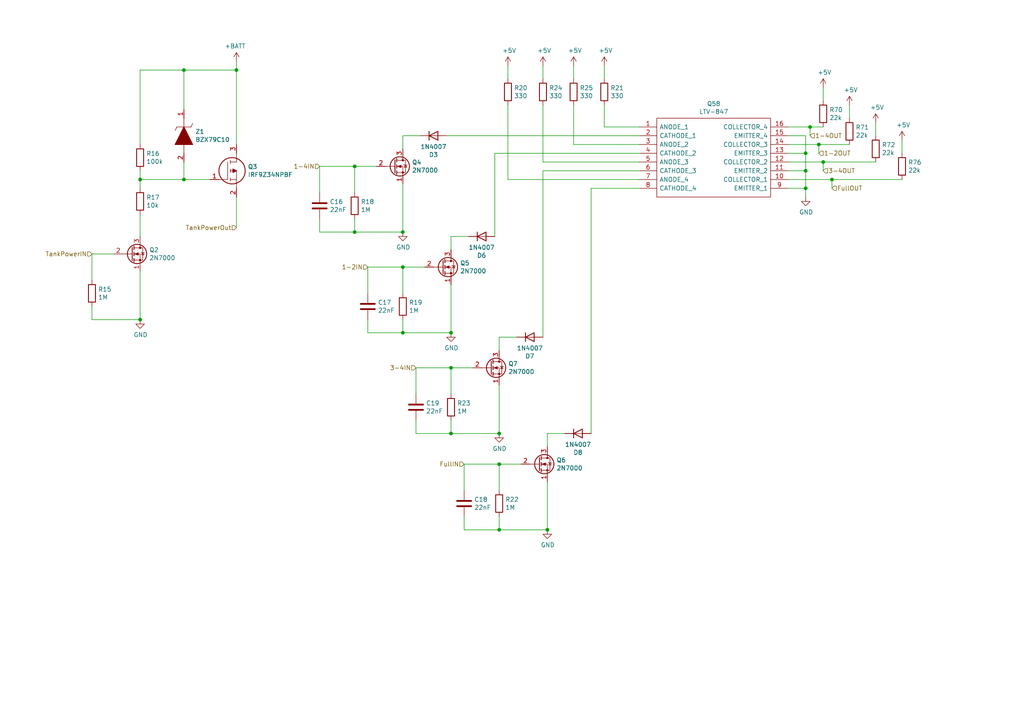
<source format=kicad_sch>
(kicad_sch (version 20231120) (generator "eeschema") (generator_version "8.0")
  (paper "A4")
  (lib_symbols
    (symbol "Device:C" (pin_numbers hide) (pin_names (offset 0.254))
      (property "Reference" "C" (at 0.635 2.54 0))
      (property "Value" "C" (at 0.635 -2.54 0))
      (symbol "C_0_1"
        (polyline (pts (xy -2.032 -0.762) (xy 2.032 -0.762)) (stroke (width 0.508)))
        (polyline (pts (xy -2.032 0.762) (xy 2.032 0.762)) (stroke (width 0.508)))
      )
      (symbol "C_1_1"
        (pin passive line (at 0 3.81 270) (length 2.794) (name "~") (number "1"))
        (pin passive line (at 0 -3.81 90) (length 2.794) (name "~") (number "2"))
      )
    )
    (symbol "Device:R" (pin_numbers hide) (pin_names (offset 0))
      (property "Reference" "R" (at 2.032 0 90))
      (property "Value" "R" (at 0 0 90))
      (symbol "R_0_1"
        (rectangle (start -1.016 -2.54) (end 1.016 2.54) (stroke (width 0.254)))
      )
      (symbol "R_1_1"
        (pin passive line (at 0 3.81 270) (length 1.27) (name "~") (number "1"))
        (pin passive line (at 0 -3.81 90) (length 1.27) (name "~") (number "2"))
      )
    )
    (symbol "Diode:1N4007" (pin_numbers hide) (pin_names (offset 1.016) hide)
      (property "Reference" "D" (at 0 2.54 0))
      (property "Value" "1N4007" (at 0 -2.54 0))
      (symbol "1N4007_0_1"
        (polyline (pts (xy -1.27 1.27) (xy -1.27 -1.27)) (stroke (width 0.254)))
        (polyline (pts (xy 1.27 0) (xy -1.27 0)))
        (polyline (pts (xy 1.27 1.27) (xy 1.27 -1.27) (xy -1.27 0) (xy 1.27 1.27)) (stroke (width 0.254)))
      )
      (symbol "1N4007_1_1"
        (pin passive line (at -3.81 0 0) (length 2.54) (name "K") (number "1"))
        (pin passive line (at 3.81 0 180) (length 2.54) (name "A") (number "2"))
      )
    )
    (symbol "SamacSys_Parts:BZX79C10" (pin_names (offset 0.762))
      (property "Reference" "Z" (at 10.16 8.89 0))
      (property "Value" "SamacSys_Parts_BZX79C10" (at 10.16 6.35 0))
      (symbol "BZX79C10_0_0"
        (pin passive line (at 0 0 0) (length 2.54) (name "~") (number "1"))
        (pin passive line (at 15.24 0 180) (length 2.54) (name "~") (number "2"))
      )
      (symbol "BZX79C10_0_1"
        (polyline (pts (xy 2.54 0) (xy 5.08 0)) (stroke (width 0.1524)))
        (polyline (pts (xy 4.064 -2.54) (xy 5.08 -2.032)) (stroke (width 0.1524)))
        (polyline (pts (xy 5.08 2.032) (xy 5.08 -2.032)) (stroke (width 0.1524)))
        (polyline (pts (xy 5.08 2.032) (xy 6.096 2.54)) (stroke (width 0.1524)))
        (polyline (pts (xy 12.7 0) (xy 10.16 0)) (stroke (width 0.1524)))
        (polyline (pts (xy 5.08 0) (xy 10.16 2.54) (xy 10.16 -2.54) (xy 5.08 0)) (stroke (width 0.254)) (fill (type outline)))
      )
    )
    (symbol "SamacSys_Parts:IRF9Z34NPBF" (pin_names (offset 0.762))
      (property "Reference" "Q" (at 11.43 3.81 0))
      (property "Value" "SamacSys_Parts_IRF9Z34NPBF" (at 11.43 1.27 0))
      (symbol "IRF9Z34NPBF_0_0"
        (pin passive line (at 0 0 0) (length 2.54) (name "~") (number "1"))
        (pin passive line (at 7.62 -5.08 90) (length 2.54) (name "~") (number "2"))
        (pin passive line (at 7.62 10.16 270) (length 2.54) (name "~") (number "3"))
      )
      (symbol "IRF9Z34NPBF_0_1"
        (polyline (pts (xy 5.842 -0.508) (xy 5.842 0.508)) (stroke (width 0.1524)))
        (polyline (pts (xy 5.842 0) (xy 7.62 0)) (stroke (width 0.1524)))
        (polyline (pts (xy 5.842 2.032) (xy 5.842 3.048)) (stroke (width 0.1524)))
        (polyline (pts (xy 5.842 5.588) (xy 5.842 4.572)) (stroke (width 0.1524)))
        (polyline (pts (xy 7.62 2.54) (xy 5.842 2.54)) (stroke (width 0.1524)))
        (polyline (pts (xy 7.62 2.54) (xy 7.62 -2.54)) (stroke (width 0.1524)))
        (polyline (pts (xy 7.62 5.08) (xy 5.842 5.08)) (stroke (width 0.1524)))
        (polyline (pts (xy 7.62 5.08) (xy 7.62 7.62)) (stroke (width 0.1524)))
        (polyline (pts (xy 2.54 0) (xy 5.08 0) (xy 5.08 5.08)) (stroke (width 0.1524)))
        (polyline (pts (xy 7.62 2.54) (xy 6.604 3.048) (xy 6.604 2.032) (xy 7.62 2.54)) (stroke (width 0.254)) (fill (type outline)))
        (circle (center 6.35 2.54) (radius 3.81) (stroke (width 0.254)))
      )
    )
    (symbol "SamacSys_Parts:LTV-847" (pin_names (offset 0.762))
      (property "Reference" "Q" (at 39.37 7.62 0))
      (property "Value" "SamacSys_Parts_LTV-847" (at 39.37 5.08 0))
      (symbol "LTV-847_0_0"
        (pin passive line (at 0 0 0) (length 5.08) (name "ANODE_1") (number "1"))
        (pin passive line (at 43.18 -15.24 180) (length 5.08) (name "COLLECTOR_1") (number "10"))
        (pin passive line (at 43.18 -12.7 180) (length 5.08) (name "EMITTER_2") (number "11"))
        (pin passive line (at 43.18 -10.16 180) (length 5.08) (name "COLLECTOR_2") (number "12"))
        (pin passive line (at 43.18 -7.62 180) (length 5.08) (name "EMITTER_3") (number "13"))
        (pin passive line (at 43.18 -5.08 180) (length 5.08) (name "COLLECTOR_3") (number "14"))
        (pin passive line (at 43.18 -2.54 180) (length 5.08) (name "EMITTER_4") (number "15"))
        (pin passive line (at 43.18 0 180) (length 5.08) (name "COLLECTOR_4") (number "16"))
        (pin passive line (at 0 -2.54 0) (length 5.08) (name "CATHODE_1") (number "2"))
        (pin passive line (at 0 -5.08 0) (length 5.08) (name "ANODE_2") (number "3"))
        (pin passive line (at 0 -7.62 0) (length 5.08) (name "CATHODE_2") (number "4"))
        (pin passive line (at 0 -10.16 0) (length 5.08) (name "ANODE_3") (number "5"))
        (pin passive line (at 0 -12.7 0) (length 5.08) (name "CATHODE_3") (number "6"))
        (pin passive line (at 0 -15.24 0) (length 5.08) (name "ANODE_4") (number "7"))
        (pin passive line (at 0 -17.78 0) (length 5.08) (name "CATHODE_4") (number "8"))
        (pin passive line (at 43.18 -17.78 180) (length 5.08) (name "EMITTER_1") (number "9"))
      )
      (symbol "LTV-847_0_1"
        (polyline (pts (xy 5.08 2.54) (xy 38.1 2.54) (xy 38.1 -20.32) (xy 5.08 -20.32) (xy 5.08 2.54)) (stroke (width 0.1524)))
      )
    )
    (symbol "Transistor_FET:2N7000" (pin_names hide)
      (property "Reference" "Q" (at 5.08 1.905 0))
      (property "Value" "2N7000" (at 5.08 0 0))
      (symbol "2N7000_0_1"
        (polyline (pts (xy 0.254 0) (xy -2.54 0)))
        (polyline (pts (xy 0.254 1.905) (xy 0.254 -1.905)) (stroke (width 0.254)))
        (polyline (pts (xy 0.762 -1.27) (xy 0.762 -2.286)) (stroke (width 0.254)))
        (polyline (pts (xy 0.762 0.508) (xy 0.762 -0.508)) (stroke (width 0.254)))
        (polyline (pts (xy 0.762 2.286) (xy 0.762 1.27)) (stroke (width 0.254)))
        (polyline (pts (xy 2.54 2.54) (xy 2.54 1.778)))
        (polyline (pts (xy 2.54 -2.54) (xy 2.54 0) (xy 0.762 0)))
        (polyline (pts (xy 0.762 -1.778) (xy 3.302 -1.778) (xy 3.302 1.778) (xy 0.762 1.778)))
        (polyline (pts (xy 1.016 0) (xy 2.032 0.381) (xy 2.032 -0.381) (xy 1.016 0)) (fill (type outline)))
        (polyline (pts (xy 2.794 0.508) (xy 2.921 0.381) (xy 3.683 0.381) (xy 3.81 0.254)))
        (polyline (pts (xy 3.302 0.381) (xy 2.921 -0.254) (xy 3.683 -0.254) (xy 3.302 0.381)))
        (circle (center 1.651 0) (radius 2.794) (stroke (width 0.254)))
        (circle (center 2.54 -1.778) (radius 0.254) (fill (type outline)))
        (circle (center 2.54 1.778) (radius 0.254) (fill (type outline)))
      )
      (symbol "2N7000_1_1"
        (pin passive line (at 2.54 -5.08 90) (length 2.54) (name "S") (number "1"))
        (pin input line (at -5.08 0 0) (length 2.54) (name "G") (number "2"))
        (pin passive line (at 2.54 5.08 270) (length 2.54) (name "D") (number "3"))
      )
    )
    (symbol "power:+5V" (power) (pin_names (offset 0))
      (property "Value" "+5V" (at 0 3.556 0))
      (symbol "+5V_0_1"
        (polyline (pts (xy -0.762 1.27) (xy 0 2.54)))
        (polyline (pts (xy 0 0) (xy 0 2.54)))
        (polyline (pts (xy 0 2.54) (xy 0.762 1.27)))
      )
      (symbol "+5V_1_1"
        (pin power_in line (at 0 0 90) (length 0) hide (name "+5V") (number "1"))
      )
    )
    (symbol "power:+BATT" (power) (pin_names (offset 0))
      (property "Value" "+BATT" (at 0 3.556 0))
      (symbol "+BATT_0_1"
        (polyline (pts (xy -0.762 1.27) (xy 0 2.54)))
        (polyline (pts (xy 0 0) (xy 0 2.54)))
        (polyline (pts (xy 0 2.54) (xy 0.762 1.27)))
      )
      (symbol "+BATT_1_1"
        (pin power_in line (at 0 0 90) (length 0) hide (name "+BATT") (number "1"))
      )
    )
    (symbol "power:GND" (power) (pin_names (offset 0))
      (property "Value" "GND" (at 0 -3.81 0))
      (symbol "GND_0_1"
        (polyline (pts (xy 0 0) (xy 0 -1.27) (xy 1.27 -1.27) (xy 0 -2.54) (xy -1.27 -1.27) (xy 0 -1.27)))
      )
      (symbol "GND_1_1"
        (pin power_in line (at 0 0 270) (length 0) hide (name "GND") (number "1"))
      )
    )
  )
  (junction (at 116.84 67.31))
  (junction (at 237.49 41.91))
  (junction (at 130.81 125.73))
  (junction (at 144.78 153.67))
  (junction (at 158.75 153.67))
  (junction (at 68.58 20.32))
  (junction (at 40.64 92.71))
  (junction (at 238.76 46.99))
  (junction (at 130.81 96.52))
  (junction (at 116.84 77.47))
  (junction (at 130.81 106.68))
  (junction (at 102.87 48.26))
  (junction (at 233.68 49.53))
  (junction (at 241.3 52.07))
  (junction (at 116.84 96.52))
  (junction (at 144.78 134.62))
  (junction (at 40.64 52.07))
  (junction (at 233.68 54.61))
  (junction (at 234.95 36.83))
  (junction (at 102.87 67.31))
  (junction (at 233.68 44.45))
  (junction (at 53.34 52.07))
  (junction (at 144.78 125.73))
  (junction (at 53.34 20.32))
  (wire (pts (xy 228.6 44.45) (xy 233.68 44.45)))
  (wire (pts (xy 92.71 67.31) (xy 102.87 67.31)))
  (wire (pts (xy 68.58 20.32) (xy 53.34 20.32)))
  (wire (pts (xy 261.62 44.45) (xy 261.62 40.64)))
  (wire (pts (xy 157.48 30.48) (xy 157.48 46.99)))
  (wire (pts (xy 106.68 77.47) (xy 116.84 77.47)))
  (wire (pts (xy 106.68 92.71) (xy 106.68 96.52)))
  (wire (pts (xy 53.34 31.75) (xy 53.34 20.32)))
  (wire (pts (xy 134.62 153.67) (xy 144.78 153.67)))
  (wire (pts (xy 166.37 41.91) (xy 185.42 41.91)))
  (wire (pts (xy 228.6 52.07) (xy 241.3 52.07)))
  (wire (pts (xy 157.48 49.53) (xy 185.42 49.53)))
  (wire (pts (xy 144.78 97.79) (xy 149.86 97.79)))
  (wire (pts (xy 60.96 52.07) (xy 53.34 52.07)))
  (wire (pts (xy 237.49 44.45) (xy 237.49 41.91)))
  (wire (pts (xy 175.26 36.83) (xy 185.42 36.83)))
  (wire (pts (xy 68.58 17.78) (xy 68.58 20.32)))
  (wire (pts (xy 228.6 54.61) (xy 233.68 54.61)))
  (wire (pts (xy 238.76 49.53) (xy 238.76 46.99)))
  (wire (pts (xy 157.48 49.53) (xy 157.48 97.79)))
  (wire (pts (xy 53.34 52.07) (xy 40.64 52.07)))
  (wire (pts (xy 120.65 121.92) (xy 120.65 125.73)))
  (wire (pts (xy 157.48 46.99) (xy 185.42 46.99)))
  (wire (pts (xy 233.68 39.37) (xy 228.6 39.37)))
  (wire (pts (xy 233.68 57.15) (xy 233.68 54.61)))
  (wire (pts (xy 130.81 125.73) (xy 144.78 125.73)))
  (wire (pts (xy 144.78 153.67) (xy 158.75 153.67)))
  (wire (pts (xy 134.62 149.86) (xy 134.62 153.67)))
  (wire (pts (xy 233.68 44.45) (xy 233.68 39.37)))
  (wire (pts (xy 116.84 85.09) (xy 116.84 77.47)))
  (wire (pts (xy 106.68 96.52) (xy 116.84 96.52)))
  (wire (pts (xy 40.64 52.07) (xy 40.64 49.53)))
  (wire (pts (xy 116.84 39.37) (xy 121.92 39.37)))
  (wire (pts (xy 26.67 73.66) (xy 33.02 73.66)))
  (wire (pts (xy 238.76 46.99) (xy 254 46.99)))
  (wire (pts (xy 233.68 54.61) (xy 233.68 49.53)))
  (wire (pts (xy 233.68 49.53) (xy 233.68 44.45)))
  (wire (pts (xy 166.37 22.86) (xy 166.37 19.05)))
  (wire (pts (xy 130.81 68.58) (xy 135.89 68.58)))
  (wire (pts (xy 40.64 68.58) (xy 40.64 62.23)))
  (wire (pts (xy 254 39.37) (xy 254 35.56)))
  (wire (pts (xy 102.87 55.88) (xy 102.87 48.26)))
  (wire (pts (xy 68.58 41.91) (xy 68.58 20.32)))
  (wire (pts (xy 241.3 54.61) (xy 241.3 52.07)))
  (wire (pts (xy 130.81 114.3) (xy 130.81 106.68)))
  (wire (pts (xy 144.78 134.62) (xy 151.13 134.62)))
  (wire (pts (xy 228.6 49.53) (xy 233.68 49.53)))
  (wire (pts (xy 130.81 121.92) (xy 130.81 125.73)))
  (wire (pts (xy 26.67 92.71) (xy 40.64 92.71)))
  (wire (pts (xy 158.75 125.73) (xy 163.83 125.73)))
  (wire (pts (xy 102.87 67.31) (xy 116.84 67.31)))
  (wire (pts (xy 175.26 30.48) (xy 175.26 36.83)))
  (wire (pts (xy 40.64 54.61) (xy 40.64 52.07)))
  (wire (pts (xy 116.84 53.34) (xy 116.84 67.31)))
  (wire (pts (xy 130.81 82.55) (xy 130.81 96.52)))
  (wire (pts (xy 120.65 125.73) (xy 130.81 125.73)))
  (wire (pts (xy 92.71 55.88) (xy 92.71 48.26)))
  (wire (pts (xy 144.78 101.6) (xy 144.78 97.79)))
  (wire (pts (xy 158.75 129.54) (xy 158.75 125.73)))
  (wire (pts (xy 134.62 134.62) (xy 144.78 134.62)))
  (wire (pts (xy 53.34 46.99) (xy 53.34 52.07)))
  (wire (pts (xy 147.32 30.48) (xy 147.32 52.07)))
  (wire (pts (xy 147.32 52.07) (xy 185.42 52.07)))
  (wire (pts (xy 171.45 54.61) (xy 171.45 125.73)))
  (wire (pts (xy 234.95 39.37) (xy 234.95 36.83)))
  (wire (pts (xy 157.48 22.86) (xy 157.48 19.05)))
  (wire (pts (xy 68.58 66.04) (xy 68.58 57.15)))
  (wire (pts (xy 143.51 44.45) (xy 185.42 44.45)))
  (wire (pts (xy 102.87 48.26) (xy 109.22 48.26)))
  (wire (pts (xy 158.75 139.7) (xy 158.75 153.67)))
  (wire (pts (xy 40.64 78.74) (xy 40.64 92.71)))
  (wire (pts (xy 241.3 52.07) (xy 261.62 52.07)))
  (wire (pts (xy 234.95 36.83) (xy 238.76 36.83)))
  (wire (pts (xy 147.32 22.86) (xy 147.32 19.05)))
  (wire (pts (xy 116.84 43.18) (xy 116.84 39.37)))
  (wire (pts (xy 92.71 48.26) (xy 102.87 48.26)))
  (wire (pts (xy 26.67 88.9) (xy 26.67 92.71)))
  (wire (pts (xy 143.51 68.58) (xy 143.51 44.45)))
  (wire (pts (xy 40.64 20.32) (xy 40.64 41.91)))
  (wire (pts (xy 144.78 111.76) (xy 144.78 125.73)))
  (wire (pts (xy 120.65 114.3) (xy 120.65 106.68)))
  (wire (pts (xy 134.62 142.24) (xy 134.62 134.62)))
  (wire (pts (xy 120.65 106.68) (xy 130.81 106.68)))
  (wire (pts (xy 116.84 92.71) (xy 116.84 96.52)))
  (wire (pts (xy 175.26 22.86) (xy 175.26 19.05)))
  (wire (pts (xy 92.71 63.5) (xy 92.71 67.31)))
  (wire (pts (xy 166.37 30.48) (xy 166.37 41.91)))
  (wire (pts (xy 228.6 36.83) (xy 234.95 36.83)))
  (wire (pts (xy 246.38 34.29) (xy 246.38 30.48)))
  (wire (pts (xy 116.84 77.47) (xy 123.19 77.47)))
  (wire (pts (xy 171.45 54.61) (xy 185.42 54.61)))
  (wire (pts (xy 185.42 39.37) (xy 129.54 39.37)))
  (wire (pts (xy 237.49 41.91) (xy 228.6 41.91)))
  (wire (pts (xy 102.87 63.5) (xy 102.87 67.31)))
  (wire (pts (xy 228.6 46.99) (xy 238.76 46.99)))
  (wire (pts (xy 53.34 20.32) (xy 40.64 20.32)))
  (wire (pts (xy 130.81 106.68) (xy 137.16 106.68)))
  (wire (pts (xy 116.84 96.52) (xy 130.81 96.52)))
  (wire (pts (xy 26.67 81.28) (xy 26.67 73.66)))
  (wire (pts (xy 106.68 85.09) (xy 106.68 77.47)))
  (wire (pts (xy 246.38 41.91) (xy 237.49 41.91)))
  (wire (pts (xy 144.78 149.86) (xy 144.78 153.67)))
  (wire (pts (xy 238.76 29.21) (xy 238.76 25.4)))
  (wire (pts (xy 144.78 142.24) (xy 144.78 134.62)))
  (wire (pts (xy 130.81 72.39) (xy 130.81 68.58)))
  (hierarchical_label "1-4IN" (shape input) (at 92.71 48.26 180))
  (hierarchical_label "1-2IN" (shape input) (at 106.68 77.47 180))
  (hierarchical_label "TankPowerOut" (shape input) (at 68.58 66.04 180))
  (hierarchical_label "FullOUT" (shape input) (at 241.3 54.61 0))
  (hierarchical_label "3-4IN" (shape input) (at 120.65 106.68 180))
  (hierarchical_label "3-4OUT" (shape input) (at 238.76 49.53 0))
  (hierarchical_label "TankPowerIN" (shape input) (at 26.67 73.66 180))
  (hierarchical_label "FullIN" (shape input) (at 134.62 134.62 180))
  (hierarchical_label "1-4OUT" (shape input) (at 234.95 39.37 0))
  (hierarchical_label "1-2OUT" (shape input) (at 237.49 44.45 0))
  (symbol (lib_id "Diode:1N4007") (at 125.73 39.37 0) (mirror x) (unit 1)
    (property "Reference" "D3" (at 125.73 44.8818 0))
    (property "Value" "1N4007" (at 125.73 42.5704 0))
    (property "Footprint" "Diode_THT:D_DO-41_SOD81_P10.16mm_Horizontal" (effects (hide yes)))
    (property "Datasheet" "http://www.vishay.com/docs/88503/1n4001.pdf" (effects (hide yes)))
    (instances (project "CampKeen" (path "" (reference "D3") (unit 1)) (path "" (reference "D9") (unit 1))))
  )
  (symbol (lib_id "Diode:1N4007") (at 139.7 68.58 0) (mirror x) (unit 1)
    (property "Reference" "D6" (at 139.7 74.0918 0))
    (property "Value" "1N4007" (at 139.7 71.7804 0))
    (property "Footprint" "Diode_THT:D_DO-41_SOD81_P10.16mm_Horizontal" (effects (hide yes)))
    (property "Datasheet" "http://www.vishay.com/docs/88503/1n4001.pdf" (effects (hide yes)))
    (instances (project "CampKeen" (path "" (reference "D6") (unit 1)) (path "" (reference "D10") (unit 1))))
  )
  (symbol (lib_id "Diode:1N4007") (at 167.64 125.73 0) (mirror x) (unit 1)
    (property "Reference" "D8" (at 167.64 131.2418 0))
    (property "Value" "1N4007" (at 167.64 128.9304 0))
    (property "Footprint" "Diode_THT:D_DO-41_SOD81_P10.16mm_Horizontal" (effects (hide yes)))
    (property "Datasheet" "http://www.vishay.com/docs/88503/1n4001.pdf" (effects (hide yes)))
    (instances (project "CampKeen" (path "" (reference "D8") (unit 1)) (path "" (reference "D12") (unit 1))))
  )
  (symbol (lib_id "Diode:1N4007") (at 153.67 97.79 0) (mirror x) (unit 1)
    (property "Reference" "D7" (at 153.67 103.3018 0))
    (property "Value" "1N4007" (at 153.67 100.9904 0))
    (property "Footprint" "Diode_THT:D_DO-41_SOD81_P10.16mm_Horizontal" (effects (hide yes)))
    (property "Datasheet" "http://www.vishay.com/docs/88503/1n4001.pdf" (effects (hide yes)))
    (instances (project "CampKeen" (path "" (reference "D7") (unit 1)) (path "" (reference "D11") (unit 1))))
  )
  (symbol (lib_id "SamacSys_Parts:LTV-847") (at 185.42 36.83 0) (unit 1)
    (property "Reference" "Q58" (at 207.01 30.099 0))
    (property "Value" "LTV-847" (at 207.01 32.4104 0))
    (property "Footprint" "SamacSys_Parts:DIP762W60P254L1984H450Q16N" (effects (hide yes)))
    (property "Datasheet" "https://datasheet.datasheetarchive.com/originals/distributors/Datasheets-305/79782.pdf" (effects (hide yes)))
    (property "Description" "PTH 16PDIP DC Input Transistor" (effects (hide yes)))
    (property "Height" "4.5" (effects (hide yes)))
    (property "Mouser Part Number" "859-LTV-847" (effects (hide yes)))
    (property "Mouser Price/Stock" "https://www.mouser.co.uk/ProductDetail/Lite-On/LTV-847?qs=HMpxB34gN8NSIrLkafiZAg%3D%3D" (effects (hide yes)))
    (property "Manufacturer_Name" "Lite-On" (effects (hide yes)))
    (property "Manufacturer_Part_Number" "LTV-847" (effects (hide yes)))
    (instances (project "CampKeen" (path "" (reference "Q58") (unit 1)) (path "" (reference "Q59") (unit 1))))
  )
  (symbol (lib_id "power:GND") (at 233.68 57.15 0) (unit 1)
    (property "Reference" "#PWR0154" (effects (hide yes)))
    (property "Value" "GND" (at 233.807 61.5442 0))
    (instances (project "CampKeen" (path "" (reference "#PWR0154") (unit 1)) (path "" (reference "#PWR0159") (unit 1))))
  )
  (symbol (lib_id "Device:R") (at 238.76 33.02 0) (unit 1)
    (property "Reference" "R70" (at 240.538 31.8516 0) (effects (justify left)))
    (property "Value" "22k" (at 240.538 34.163 0) (effects (justify left)))
    (property "Footprint" "Resistor_SMD:R_1206_3216Metric_Pad1.30x1.75mm_HandSolder" (effects (hide yes)))
    (instances (project "CampKeen" (path "" (reference "R70") (unit 1)) (path "" (reference "R77") (unit 1))))
  )
  (symbol (lib_id "power:+5V") (at 238.76 25.4 0) (unit 1)
    (property "Reference" "#PWR0155" (effects (hide yes)))
    (property "Value" "+5V" (at 239.141 21.0058 0))
    (instances (project "CampKeen" (path "" (reference "#PWR0155") (unit 1)) (path "" (reference "#PWR0160") (unit 1))))
  )
  (symbol (lib_id "Device:R") (at 254 43.18 0) (unit 1)
    (property "Reference" "R72" (at 255.778 42.0116 0) (effects (justify left)))
    (property "Value" "22k" (at 255.778 44.323 0) (effects (justify left)))
    (property "Footprint" "Resistor_SMD:R_1206_3216Metric_Pad1.30x1.75mm_HandSolder" (effects (hide yes)))
    (instances (project "CampKeen" (path "" (reference "R72") (unit 1)) (path "" (reference "R122") (unit 1))))
  )
  (symbol (lib_id "power:+5V") (at 254 35.56 0) (unit 1)
    (property "Reference" "#PWR0156" (effects (hide yes)))
    (property "Value" "+5V" (at 254.381 31.1658 0))
    (instances (project "CampKeen" (path "" (reference "#PWR0156") (unit 1)) (path "" (reference "#PWR0161") (unit 1))))
  )
  (symbol (lib_id "Device:R") (at 246.38 38.1 0) (unit 1)
    (property "Reference" "R71" (at 248.158 36.9316 0) (effects (justify left)))
    (property "Value" "22k" (at 248.158 39.243 0) (effects (justify left)))
    (property "Footprint" "Resistor_SMD:R_1206_3216Metric_Pad1.30x1.75mm_HandSolder" (effects (hide yes)))
    (instances (project "CampKeen" (path "" (reference "R71") (unit 1)) (path "" (reference "R78") (unit 1))))
  )
  (symbol (lib_id "power:+5V") (at 246.38 30.48 0) (unit 1)
    (property "Reference" "#PWR0157" (effects (hide yes)))
    (property "Value" "+5V" (at 246.761 26.0858 0))
    (instances (project "CampKeen" (path "" (reference "#PWR0157") (unit 1)) (path "" (reference "#PWR0162") (unit 1))))
  )
  (symbol (lib_id "Device:R") (at 261.62 48.26 0) (unit 1)
    (property "Reference" "R76" (at 263.398 47.0916 0) (effects (justify left)))
    (property "Value" "22k" (at 263.398 49.403 0) (effects (justify left)))
    (property "Footprint" "Resistor_SMD:R_1206_3216Metric_Pad1.30x1.75mm_HandSolder" (effects (hide yes)))
    (instances (project "CampKeen" (path "" (reference "R76") (unit 1)) (path "" (reference "R123") (unit 1))))
  )
  (symbol (lib_id "power:+5V") (at 261.62 40.64 0) (unit 1)
    (property "Reference" "#PWR0158" (effects (hide yes)))
    (property "Value" "+5V" (at 262.001 36.2458 0))
    (instances (project "CampKeen" (path "" (reference "#PWR0158") (unit 1)) (path "" (reference "#PWR0163") (unit 1))))
  )
  (symbol (lib_id "Device:R") (at 102.87 59.69 0) (unit 1)
    (property "Reference" "R18" (at 104.648 58.5216 0) (effects (justify left)))
    (property "Value" "1M" (at 104.648 60.833 0) (effects (justify left)))
    (property "Footprint" "Resistor_SMD:R_1206_3216Metric_Pad1.30x1.75mm_HandSolder" (effects (hide yes)))
    (instances (project "CampKeen" (path "" (reference "R18") (unit 1)) (path "" (reference "R43") (unit 1))))
  )
  (symbol (lib_id "power:GND") (at 116.84 67.31 0) (unit 1)
    (property "Reference" "#PWR067" (effects (hide yes)))
    (property "Value" "GND" (at 116.967 71.7042 0))
    (instances (project "CampKeen" (path "" (reference "#PWR067") (unit 1)) (path "" (reference "#PWR090") (unit 1))))
  )
  (symbol (lib_id "Device:R") (at 147.32 26.67 0) (unit 1)
    (property "Reference" "R20" (at 149.098 25.5016 0) (effects (justify left)))
    (property "Value" "330" (at 149.098 27.813 0) (effects (justify left)))
    (property "Footprint" "Resistor_SMD:R_1206_3216Metric_Pad1.30x1.75mm_HandSolder" (effects (hide yes)))
    (instances (project "CampKeen" (path "" (reference "R20") (unit 1)) (path "" (reference "R45") (unit 1))))
  )
  (symbol (lib_id "power:+5V") (at 147.32 19.05 0) (unit 1)
    (property "Reference" "#PWR066" (effects (hide yes)))
    (property "Value" "+5V" (at 147.701 14.6558 0))
    (instances (project "CampKeen" (path "" (reference "#PWR066") (unit 1)) (path "" (reference "#PWR089") (unit 1))))
  )
  (symbol (lib_id "Transistor_FET:2N7000") (at 114.3 48.26 0) (unit 1)
    (property "Reference" "Q4" (at 119.4816 47.0916 0) (effects (justify left)))
    (property "Value" "2N7000" (at 119.4816 49.403 0) (effects (justify left)))
    (property "Footprint" "Package_TO_SOT_THT:TO-92_Inline" (effects (hide yes)))
    (property "Datasheet" "https://www.onsemi.com/pub/Collateral/NDS7002A-D.PDF" (effects (hide yes)))
    (instances (project "CampKeen" (path "" (reference "Q4") (unit 1)) (path "" (reference "Q12") (unit 1))))
  )
  (symbol (lib_id "Device:C") (at 92.71 59.69 0) (unit 1)
    (property "Reference" "C16" (at 95.631 58.5216 0) (effects (justify left)))
    (property "Value" "22nF" (at 95.631 60.833 0) (effects (justify left)))
    (property "Footprint" "Resistor_SMD:R_1206_3216Metric_Pad1.30x1.75mm_HandSolder" (effects (hide yes)))
    (instances (project "CampKeen" (path "" (reference "C16") (unit 1)) (path "" (reference "C20") (unit 1))))
  )
  (symbol (lib_id "power:+BATT") (at 68.58 17.78 0) (mirror y) (unit 1)
    (property "Reference" "#PWR065" (effects (hide yes)))
    (property "Value" "+BATT" (at 68.199 13.3858 0))
    (instances (project "CampKeen" (path "" (reference "#PWR065") (unit 1)) (path "" (reference "#PWR088") (unit 1))))
  )
  (symbol (lib_id "SamacSys_Parts:IRF9Z34NPBF") (at 60.96 52.07 0) (unit 1)
    (property "Reference" "Q3" (at 71.882 48.3616 0) (effects (justify left)))
    (property "Value" "IRF9Z34NPBF" (at 71.882 50.673 0) (effects (justify left)))
    (property "Footprint" "SamacSys_Parts:TO254P469X1042X1967-3P" (effects (hide yes)))
    (property "Datasheet" "https://www.infineon.com/dgdl/irf9z34npbf.pdf?fileId=5546d462533600a40153561220af1ddd" (effects (hide yes)))
    (property "Description" "MOSFET MOSFT PCh -55V -17A 100mOhm 23.3nC" (effects (hide yes)))
    (property "Height" "4.69" (effects (hide yes)))
    (property "Mouser Part Number" "942-IRF9Z34NPBF" (effects (hide yes)))
    (property "Mouser Price/Stock" "https://www.mouser.co.uk/ProductDetail/Infineon-IR/IRF9Z34NPBF?qs=9%252BKlkBgLFf16a%2FvlD%252BMCtQ%3D%3D" (effects (hide yes)))
    (property "Manufacturer_Name" "Infineon" (effects (hide yes)))
    (property "Manufacturer_Part_Number" "IRF9Z34NPBF" (effects (hide yes)))
    (instances (project "CampKeen" (path "" (reference "Q3") (unit 1)) (path "" (reference "Q11") (unit 1))))
  )
  (symbol (lib_id "Device:R") (at 26.67 85.09 0) (unit 1)
    (property "Reference" "R15" (at 28.448 83.9216 0) (effects (justify left)))
    (property "Value" "1M" (at 28.448 86.233 0) (effects (justify left)))
    (property "Footprint" "Resistor_SMD:R_1206_3216Metric_Pad1.30x1.75mm_HandSolder" (effects (hide yes)))
    (instances (project "CampKeen" (path "" (reference "R15") (unit 1)) (path "" (reference "R40") (unit 1))))
  )
  (symbol (lib_id "power:GND") (at 40.64 92.71 0) (unit 1)
    (property "Reference" "#PWR064" (effects (hide yes)))
    (property "Value" "GND" (at 40.767 97.1042 0))
    (instances (project "CampKeen" (path "" (reference "#PWR064") (unit 1)) (path "" (reference "#PWR087") (unit 1))))
  )
  (symbol (lib_id "Transistor_FET:2N7000") (at 38.1 73.66 0) (unit 1)
    (property "Reference" "Q2" (at 43.2816 72.4916 0) (effects (justify left)))
    (property "Value" "2N7000" (at 43.2816 74.803 0) (effects (justify left)))
    (property "Footprint" "Package_TO_SOT_THT:TO-92_Inline" (effects (hide yes)))
    (property "Datasheet" "https://www.onsemi.com/pub/Collateral/NDS7002A-D.PDF" (effects (hide yes)))
    (instances (project "CampKeen" (path "" (reference "Q2") (unit 1)) (path "" (reference "Q10") (unit 1))))
  )
  (symbol (lib_id "Device:R") (at 40.64 45.72 0) (unit 1)
    (property "Reference" "R16" (at 42.418 44.5516 0) (effects (justify left)))
    (property "Value" "100k" (at 42.418 46.863 0) (effects (justify left)))
    (property "Footprint" "Resistor_SMD:R_1206_3216Metric_Pad1.30x1.75mm_HandSolder" (effects (hide yes)))
    (instances (project "CampKeen" (path "" (reference "R16") (unit 1)) (path "" (reference "R41") (unit 1))))
  )
  (symbol (lib_id "Device:R") (at 40.64 58.42 0) (unit 1)
    (property "Reference" "R17" (at 42.418 57.2516 0) (effects (justify left)))
    (property "Value" "10k" (at 42.418 59.563 0) (effects (justify left)))
    (property "Footprint" "Resistor_SMD:R_1206_3216Metric_Pad1.30x1.75mm_HandSolder" (effects (hide yes)))
    (instances (project "CampKeen" (path "" (reference "R17") (unit 1)) (path "" (reference "R42") (unit 1))))
  )
  (symbol (lib_id "SamacSys_Parts:BZX79C10") (at 53.34 31.75 90) (mirror x) (unit 1)
    (property "Reference" "Z1" (at 56.642 38.2016 90) (effects (justify right)))
    (property "Value" "BZX79C10" (at 56.642 40.513 90) (effects (justify right)))
    (property "Footprint" "SamacSys_Parts:DIOAD1068W53L380D172" (effects (hide yes)))
    (property "Datasheet" "https://www.fairchildsemi.com/datasheets/BZ/BZX79C10.pdf" (effects (hide yes)))
    (property "Description" "BZX79C10, Zener Diode, 10V +/-5 500 mW 0.2A, 2-Pin DO-35" (effects (hide yes)))
    (property "Mouser Part Number" "512-BZX79C10" (effects (hide yes)))
    (property "Mouser Price/Stock" "https://www.mouser.co.uk/ProductDetail/ON-Semiconductor-Fairchild/BZX79C10?qs=FITO%2F%2FQgYDkGEXVpK3DyhQ%3D%3D" (effects (hide yes)))
    (property "Manufacturer_Name" "ON Semiconductor" (effects (hide yes)))
    (property "Manufacturer_Part_Number" "BZX79C10" (effects (hide yes)))
    (instances (project "CampKeen" (path "" (reference "Z1") (unit 1)) (path "" (reference "Z3") (unit 1))))
  )
  (symbol (lib_id "Device:R") (at 130.81 118.11 0) (unit 1)
    (property "Reference" "R23" (at 132.588 116.9416 0) (effects (justify left)))
    (property "Value" "1M" (at 132.588 119.253 0) (effects (justify left)))
    (property "Footprint" "Resistor_SMD:R_1206_3216Metric_Pad1.30x1.75mm_HandSolder" (effects (hide yes)))
    (instances (project "CampKeen" (path "" (reference "R23") (unit 1)) (path "" (reference "R48") (unit 1))))
  )
  (symbol (lib_id "power:GND") (at 144.78 125.73 0) (unit 1)
    (property "Reference" "#PWR073" (effects (hide yes)))
    (property "Value" "GND" (at 144.907 130.1242 0))
    (instances (project "CampKeen" (path "" (reference "#PWR073") (unit 1)) (path "" (reference "#PWR096") (unit 1))))
  )
  (symbol (lib_id "Device:R") (at 166.37 26.67 0) (unit 1)
    (property "Reference" "R25" (at 168.148 25.5016 0) (effects (justify left)))
    (property "Value" "330" (at 168.148 27.813 0) (effects (justify left)))
    (property "Footprint" "Resistor_SMD:R_1206_3216Metric_Pad1.30x1.75mm_HandSolder" (effects (hide yes)))
    (instances (project "CampKeen" (path "" (reference "R25") (unit 1)) (path "" (reference "R50") (unit 1))))
  )
  (symbol (lib_id "power:+5V") (at 166.37 19.05 0) (unit 1)
    (property "Reference" "#PWR072" (effects (hide yes)))
    (property "Value" "+5V" (at 166.751 14.6558 0))
    (instances (project "CampKeen" (path "" (reference "#PWR072") (unit 1)) (path "" (reference "#PWR095") (unit 1))))
  )
  (symbol (lib_id "Transistor_FET:2N7000") (at 142.24 106.68 0) (unit 1)
    (property "Reference" "Q7" (at 147.4216 105.5116 0) (effects (justify left)))
    (property "Value" "2N7000" (at 147.4216 107.823 0) (effects (justify left)))
    (property "Footprint" "Package_TO_SOT_THT:TO-92_Inline" (effects (hide yes)))
    (property "Datasheet" "https://www.onsemi.com/pub/Collateral/NDS7002A-D.PDF" (effects (hide yes)))
    (instances (project "CampKeen" (path "" (reference "Q7") (unit 1)) (path "" (reference "Q15") (unit 1))))
  )
  (symbol (lib_id "Device:C") (at 120.65 118.11 0) (unit 1)
    (property "Reference" "C19" (at 123.571 116.9416 0) (effects (justify left)))
    (property "Value" "22nF" (at 123.571 119.253 0) (effects (justify left)))
    (property "Footprint" "Resistor_SMD:R_1206_3216Metric_Pad1.30x1.75mm_HandSolder" (effects (hide yes)))
    (instances (project "CampKeen" (path "" (reference "C19") (unit 1)) (path "" (reference "C23") (unit 1))))
  )
  (symbol (lib_id "Device:R") (at 116.84 88.9 0) (unit 1)
    (property "Reference" "R19" (at 118.618 87.7316 0) (effects (justify left)))
    (property "Value" "1M" (at 118.618 90.043 0) (effects (justify left)))
    (property "Footprint" "Resistor_SMD:R_1206_3216Metric_Pad1.30x1.75mm_HandSolder" (effects (hide yes)))
    (instances (project "CampKeen" (path "" (reference "R19") (unit 1)) (path "" (reference "R44") (unit 1))))
  )
  (symbol (lib_id "power:GND") (at 130.81 96.52 0) (unit 1)
    (property "Reference" "#PWR069" (effects (hide yes)))
    (property "Value" "GND" (at 130.937 100.9142 0))
    (instances (project "CampKeen" (path "" (reference "#PWR069") (unit 1)) (path "" (reference "#PWR092") (unit 1))))
  )
  (symbol (lib_id "Device:R") (at 175.26 26.67 0) (unit 1)
    (property "Reference" "R21" (at 177.038 25.5016 0) (effects (justify left)))
    (property "Value" "330" (at 177.038 27.813 0) (effects (justify left)))
    (property "Footprint" "Resistor_SMD:R_1206_3216Metric_Pad1.30x1.75mm_HandSolder" (effects (hide yes)))
    (instances (project "CampKeen" (path "" (reference "R21") (unit 1)) (path "" (reference "R46") (unit 1))))
  )
  (symbol (lib_id "power:+5V") (at 175.26 19.05 0) (unit 1)
    (property "Reference" "#PWR068" (effects (hide yes)))
    (property "Value" "+5V" (at 175.641 14.6558 0))
    (instances (project "CampKeen" (path "" (reference "#PWR068") (unit 1)) (path "" (reference "#PWR091") (unit 1))))
  )
  (symbol (lib_id "Transistor_FET:2N7000") (at 128.27 77.47 0) (unit 1)
    (property "Reference" "Q5" (at 133.4516 76.3016 0) (effects (justify left)))
    (property "Value" "2N7000" (at 133.4516 78.613 0) (effects (justify left)))
    (property "Footprint" "Package_TO_SOT_THT:TO-92_Inline" (effects (hide yes)))
    (property "Datasheet" "https://www.onsemi.com/pub/Collateral/NDS7002A-D.PDF" (effects (hide yes)))
    (instances (project "CampKeen" (path "" (reference "Q5") (unit 1)) (path "" (reference "Q13") (unit 1))))
  )
  (symbol (lib_id "Device:C") (at 106.68 88.9 0) (unit 1)
    (property "Reference" "C17" (at 109.601 87.7316 0) (effects (justify left)))
    (property "Value" "22nF" (at 109.601 90.043 0) (effects (justify left)))
    (property "Footprint" "Resistor_SMD:R_1206_3216Metric_Pad1.30x1.75mm_HandSolder" (effects (hide yes)))
    (instances (project "CampKeen" (path "" (reference "C17") (unit 1)) (path "" (reference "C21") (unit 1))))
  )
  (symbol (lib_id "Device:R") (at 144.78 146.05 0) (unit 1)
    (property "Reference" "R22" (at 146.558 144.8816 0) (effects (justify left)))
    (property "Value" "1M" (at 146.558 147.193 0) (effects (justify left)))
    (property "Footprint" "Resistor_SMD:R_1206_3216Metric_Pad1.30x1.75mm_HandSolder" (effects (hide yes)))
    (instances (project "CampKeen" (path "" (reference "R22") (unit 1)) (path "" (reference "R47") (unit 1))))
  )
  (symbol (lib_id "power:GND") (at 158.75 153.67 0) (unit 1)
    (property "Reference" "#PWR071" (effects (hide yes)))
    (property "Value" "GND" (at 158.877 158.0642 0))
    (instances (project "CampKeen" (path "" (reference "#PWR071") (unit 1)) (path "" (reference "#PWR094") (unit 1))))
  )
  (symbol (lib_id "Device:R") (at 157.48 26.67 0) (unit 1)
    (property "Reference" "R24" (at 159.258 25.5016 0) (effects (justify left)))
    (property "Value" "330" (at 159.258 27.813 0) (effects (justify left)))
    (property "Footprint" "Resistor_SMD:R_1206_3216Metric_Pad1.30x1.75mm_HandSolder" (effects (hide yes)))
    (instances (project "CampKeen" (path "" (reference "R24") (unit 1)) (path "" (reference "R49") (unit 1))))
  )
  (symbol (lib_id "power:+5V") (at 157.48 19.05 0) (unit 1)
    (property "Reference" "#PWR070" (effects (hide yes)))
    (property "Value" "+5V" (at 157.861 14.6558 0))
    (instances (project "CampKeen" (path "" (reference "#PWR070") (unit 1)) (path "" (reference "#PWR093") (unit 1))))
  )
  (symbol (lib_id "Transistor_FET:2N7000") (at 156.21 134.62 0) (unit 1)
    (property "Reference" "Q6" (at 161.3916 133.4516 0) (effects (justify left)))
    (property "Value" "2N7000" (at 161.3916 135.763 0) (effects (justify left)))
    (property "Footprint" "Package_TO_SOT_THT:TO-92_Inline" (effects (hide yes)))
    (property "Datasheet" "https://www.onsemi.com/pub/Collateral/NDS7002A-D.PDF" (effects (hide yes)))
    (instances (project "CampKeen" (path "" (reference "Q6") (unit 1)) (path "" (reference "Q14") (unit 1))))
  )
  (symbol (lib_id "Device:C") (at 134.62 146.05 0) (unit 1)
    (property "Reference" "C18" (at 137.541 144.8816 0) (effects (justify left)))
    (property "Value" "22nF" (at 137.541 147.193 0) (effects (justify left)))
    (property "Footprint" "Resistor_SMD:R_1206_3216Metric_Pad1.30x1.75mm_HandSolder" (effects (hide yes)))
    (instances (project "CampKeen" (path "" (reference "C18") (unit 1)) (path "" (reference "C22") (unit 1))))
  )
)
</source>
